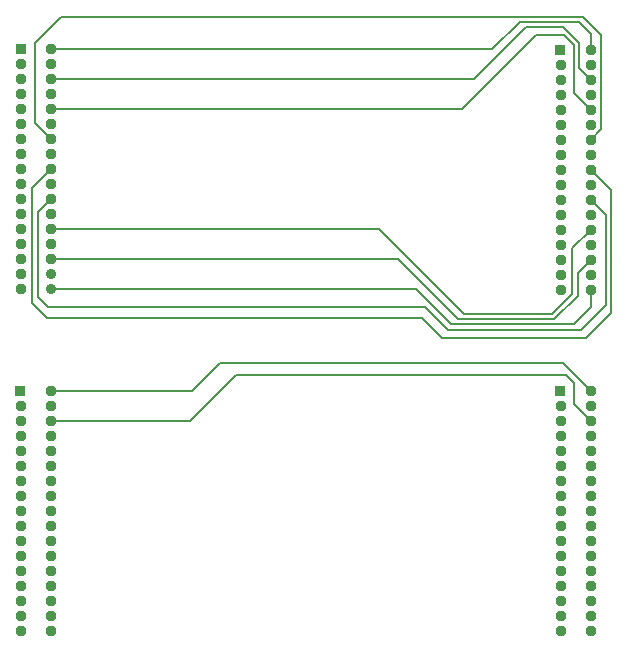
<source format=gbr>
%TF.GenerationSoftware,KiCad,Pcbnew,7.0.7*%
%TF.CreationDate,2023-09-12T10:14:53-04:00*%
%TF.ProjectId,Temps_South,54656d70-735f-4536-9f75-74682e6b6963,B*%
%TF.SameCoordinates,Original*%
%TF.FileFunction,Copper,L2,Bot*%
%TF.FilePolarity,Positive*%
%FSLAX46Y46*%
G04 Gerber Fmt 4.6, Leading zero omitted, Abs format (unit mm)*
G04 Created by KiCad (PCBNEW 7.0.7) date 2023-09-12 10:14:53*
%MOMM*%
%LPD*%
G01*
G04 APERTURE LIST*
%TA.AperFunction,ComponentPad*%
%ADD10R,0.940800X0.940800*%
%TD*%
%TA.AperFunction,ComponentPad*%
%ADD11C,0.940800*%
%TD*%
%TA.AperFunction,ComponentPad*%
%ADD12C,0.890000*%
%TD*%
%TA.AperFunction,Conductor*%
%ADD13C,0.200000*%
%TD*%
G04 APERTURE END LIST*
D10*
%TO.P,J2,1,Pin_1*%
%TO.N,/TD2_1*%
X93944440Y-79857600D03*
D11*
%TO.P,J2,2,Pin_2*%
%TO.N,/TD2_2*%
X96504760Y-79857600D03*
%TO.P,J2,3,Pin_3*%
%TO.N,unconnected-(J2-Pin_3-Pad3)*%
X93954600Y-81127600D03*
%TO.P,J2,4,Pin_4*%
%TO.N,unconnected-(J2-Pin_4-Pad4)*%
X96494600Y-81127600D03*
%TO.P,J2,5,Pin_5*%
%TO.N,/TD2_5*%
X93954600Y-82397600D03*
%TO.P,J2,6,Pin_6*%
%TO.N,/TD2_6*%
X96494600Y-82397600D03*
%TO.P,J2,7,Pin_7*%
%TO.N,unconnected-(J2-Pin_7-Pad7)*%
X93954600Y-83667600D03*
%TO.P,J2,8,Pin_8*%
%TO.N,unconnected-(J2-Pin_8-Pad8)*%
X96494600Y-83667600D03*
%TO.P,J2,9,Pin_9*%
%TO.N,/TD2_9*%
X93954600Y-84937600D03*
%TO.P,J2,10,Pin_10*%
%TO.N,/TD2_10*%
X96494600Y-84937600D03*
%TO.P,J2,11,Pin_11*%
%TO.N,/TD2_11*%
X93954600Y-86207600D03*
%TO.P,J2,12,Pin_12*%
%TO.N,unconnected-(J2-Pin_12-Pad12)*%
X96494600Y-86207600D03*
%TO.P,J2,13,Pin_13*%
%TO.N,unconnected-(J2-Pin_13-Pad13)*%
X93954600Y-87477600D03*
%TO.P,J2,14,Pin_14*%
%TO.N,unconnected-(J2-Pin_14-Pad14)*%
X96494600Y-87477600D03*
%TO.P,J2,15,Pin_15*%
%TO.N,unconnected-(J2-Pin_15-Pad15)*%
X93954600Y-88747600D03*
%TO.P,J2,16,Pin_16*%
%TO.N,unconnected-(J2-Pin_16-Pad16)*%
X96494600Y-88747600D03*
%TO.P,J2,17,Pin_17*%
%TO.N,unconnected-(J2-Pin_17-Pad17)*%
X93954600Y-90017600D03*
%TO.P,J2,18,Pin_18*%
%TO.N,unconnected-(J2-Pin_18-Pad18)*%
X96494600Y-90017600D03*
%TO.P,J2,19,Pin_19*%
%TO.N,unconnected-(J2-Pin_19-Pad19)*%
X93954600Y-91287600D03*
%TO.P,J2,20,Pin_20*%
%TO.N,unconnected-(J2-Pin_20-Pad20)*%
X96494600Y-91287600D03*
%TO.P,J2,21,Pin_21*%
%TO.N,unconnected-(J2-Pin_21-Pad21)*%
X93954600Y-92557600D03*
%TO.P,J2,22,Pin_22*%
%TO.N,unconnected-(J2-Pin_22-Pad22)*%
X96494600Y-92557600D03*
%TO.P,J2,23,Pin_23*%
%TO.N,unconnected-(J2-Pin_23-Pad23)*%
X93954600Y-93827600D03*
%TO.P,J2,24,Pin_24*%
%TO.N,unconnected-(J2-Pin_24-Pad24)*%
X96494600Y-93827600D03*
%TO.P,J2,25,Pin_25*%
%TO.N,unconnected-(J2-Pin_25-Pad25)*%
X93954600Y-95097600D03*
%TO.P,J2,26,Pin_26*%
%TO.N,unconnected-(J2-Pin_26-Pad26)*%
X96494600Y-95097600D03*
%TO.P,J2,27,Pin_27*%
%TO.N,unconnected-(J2-Pin_27-Pad27)*%
X93954600Y-96367600D03*
%TO.P,J2,28,Pin_28*%
%TO.N,unconnected-(J2-Pin_28-Pad28)*%
X96494600Y-96367600D03*
%TO.P,J2,29,Pin_29*%
%TO.N,unconnected-(J2-Pin_29-Pad29)*%
X93954600Y-97637600D03*
%TO.P,J2,30,Pin_30*%
%TO.N,unconnected-(J2-Pin_30-Pad30)*%
X96494600Y-97637600D03*
%TO.P,J2,31,Pin_31*%
%TO.N,unconnected-(J2-Pin_31-Pad31)*%
X93954600Y-98907600D03*
%TO.P,J2,32,Pin_32*%
%TO.N,unconnected-(J2-Pin_32-Pad32)*%
X96494600Y-98907600D03*
%TO.P,J2,33,Pin_33*%
%TO.N,unconnected-(J2-Pin_33-Pad33)*%
X93954600Y-100177600D03*
%TO.P,J2,34,Pin_34*%
%TO.N,unconnected-(J2-Pin_34-Pad34)*%
X96494600Y-100177600D03*
%TD*%
D10*
%TO.P,J3,1,Pin_1*%
%TO.N,/TD1_1+*%
X139664440Y-50952400D03*
D11*
%TO.P,J3,2,Pin_2*%
%TO.N,/TD1_1-*%
X142224760Y-50952400D03*
%TO.P,J3,3,Pin_3*%
%TO.N,unconnected-(J3-Pin_3-Pad3)*%
X139674600Y-52222400D03*
%TO.P,J3,4,Pin_4*%
%TO.N,unconnected-(J3-Pin_4-Pad4)*%
X142214600Y-52222400D03*
%TO.P,J3,5,Pin_5*%
%TO.N,/TD1_5*%
X139674600Y-53492400D03*
%TO.P,J3,6,Pin_6*%
%TO.N,/TD1_6*%
X142214600Y-53492400D03*
%TO.P,J3,7,Pin_7*%
%TO.N,unconnected-(J3-Pin_7-Pad7)*%
X139674600Y-54762400D03*
%TO.P,J3,8,Pin_8*%
%TO.N,unconnected-(J3-Pin_8-Pad8)*%
X142214600Y-54762400D03*
%TO.P,J3,9,Pin_9*%
%TO.N,/TD1_9*%
X139674600Y-56032400D03*
%TO.P,J3,10,Pin_10*%
%TO.N,/TD1_10*%
X142214600Y-56032400D03*
%TO.P,J3,11,Pin_11*%
%TO.N,unconnected-(J3-Pin_11-Pad11)*%
X139674600Y-57302400D03*
%TO.P,J3,12,Pin_12*%
%TO.N,unconnected-(J3-Pin_12-Pad12)*%
X142214600Y-57302400D03*
%TO.P,J3,13,Pin_13*%
%TO.N,/TD1_13*%
X139674600Y-58572400D03*
%TO.P,J3,14,Pin_14*%
%TO.N,/TD1_14*%
X142214600Y-58572400D03*
%TO.P,J3,15,Pin_15*%
%TO.N,unconnected-(J3-Pin_15-Pad15)*%
X139674600Y-59842400D03*
%TO.P,J3,16,Pin_16*%
%TO.N,unconnected-(J3-Pin_16-Pad16)*%
X142214600Y-59842400D03*
%TO.P,J3,17,Pin_17*%
%TO.N,/TD1_17*%
X139674600Y-61112400D03*
%TO.P,J3,18,Pin_18*%
%TO.N,/TD1_18*%
X142214600Y-61112400D03*
%TO.P,J3,19,Pin_19*%
%TO.N,unconnected-(J3-Pin_19-Pad19)*%
X139674600Y-62382400D03*
%TO.P,J3,20,Pin_20*%
%TO.N,unconnected-(J3-Pin_20-Pad20)*%
X142214600Y-62382400D03*
%TO.P,J3,21,Pin_21*%
%TO.N,/TD1_21*%
X139674600Y-63652400D03*
%TO.P,J3,22,Pin_22*%
%TO.N,/TD1_22*%
X142214600Y-63652400D03*
%TO.P,J3,23,Pin_23*%
%TO.N,unconnected-(J3-Pin_23-Pad23)*%
X139674600Y-64922400D03*
%TO.P,J3,24,Pin_24*%
%TO.N,unconnected-(J3-Pin_24-Pad24)*%
X142214600Y-64922400D03*
%TO.P,J3,25,Pin_25*%
%TO.N,/TD1_25*%
X139674600Y-66192400D03*
%TO.P,J3,26,Pin_26*%
%TO.N,/TD1_26*%
X142214600Y-66192400D03*
%TO.P,J3,27,Pin_27*%
%TO.N,unconnected-(J3-Pin_27-Pad27)*%
X139674600Y-67462400D03*
%TO.P,J3,28,Pin_28*%
%TO.N,unconnected-(J3-Pin_28-Pad28)*%
X142214600Y-67462400D03*
%TO.P,J3,29,Pin_29*%
%TO.N,/TD1_29*%
X139674600Y-68732400D03*
%TO.P,J3,30,Pin_30*%
%TO.N,/TD1_30*%
X142214600Y-68732400D03*
%TO.P,J3,31,Pin_31*%
%TO.N,unconnected-(J3-Pin_31-Pad31)*%
X139674600Y-70002400D03*
%TO.P,J3,32,Pin_32*%
%TO.N,unconnected-(J3-Pin_32-Pad32)*%
X142214600Y-70002400D03*
%TO.P,J3,33,Pin_33*%
%TO.N,/TD1_33*%
X139674600Y-71272400D03*
%TO.P,J3,34,Pin_34*%
%TO.N,/TD1_34*%
X142214600Y-71272400D03*
%TD*%
D10*
%TO.P,J4,1,Pin_1*%
%TO.N,/TD2_1*%
X139659840Y-79857600D03*
D11*
%TO.P,J4,2,Pin_2*%
%TO.N,/TD2_2*%
X142220160Y-79857600D03*
%TO.P,J4,3,Pin_3*%
%TO.N,unconnected-(J4-Pin_3-Pad3)*%
X139670000Y-81127600D03*
%TO.P,J4,4,Pin_4*%
%TO.N,unconnected-(J4-Pin_4-Pad4)*%
X142210000Y-81127600D03*
%TO.P,J4,5,Pin_5*%
%TO.N,/TD2_5*%
X139670000Y-82397600D03*
%TO.P,J4,6,Pin_6*%
%TO.N,/TD2_6*%
X142210000Y-82397600D03*
%TO.P,J4,7,Pin_7*%
%TO.N,unconnected-(J4-Pin_7-Pad7)*%
X139670000Y-83667600D03*
%TO.P,J4,8,Pin_8*%
%TO.N,unconnected-(J4-Pin_8-Pad8)*%
X142210000Y-83667600D03*
%TO.P,J4,9,Pin_9*%
%TO.N,/TD2_10*%
X139670000Y-84937600D03*
%TO.P,J4,10,Pin_10*%
%TO.N,/TD2_9*%
X142210000Y-84937600D03*
%TO.P,J4,11,Pin_11*%
%TO.N,unconnected-(J4-Pin_11-Pad11)*%
X139670000Y-86207600D03*
%TO.P,J4,12,Pin_12*%
%TO.N,/TD2_11*%
X142210000Y-86207600D03*
%TO.P,J4,13,Pin_13*%
%TO.N,unconnected-(J4-Pin_13-Pad13)*%
X139670000Y-87477600D03*
%TO.P,J4,14,Pin_14*%
%TO.N,unconnected-(J4-Pin_14-Pad14)*%
X142210000Y-87477600D03*
%TO.P,J4,15,Pin_15*%
%TO.N,unconnected-(J4-Pin_15-Pad15)*%
X139670000Y-88747600D03*
%TO.P,J4,16,Pin_16*%
%TO.N,unconnected-(J4-Pin_16-Pad16)*%
X142210000Y-88747600D03*
%TO.P,J4,17,Pin_17*%
%TO.N,unconnected-(J4-Pin_17-Pad17)*%
X139670000Y-90017600D03*
%TO.P,J4,18,Pin_18*%
%TO.N,unconnected-(J4-Pin_18-Pad18)*%
X142210000Y-90017600D03*
%TO.P,J4,19,Pin_19*%
%TO.N,unconnected-(J4-Pin_19-Pad19)*%
X139670000Y-91287600D03*
%TO.P,J4,20,Pin_20*%
%TO.N,unconnected-(J4-Pin_20-Pad20)*%
X142210000Y-91287600D03*
%TO.P,J4,21,Pin_21*%
%TO.N,unconnected-(J4-Pin_21-Pad21)*%
X139670000Y-92557600D03*
%TO.P,J4,22,Pin_22*%
%TO.N,unconnected-(J4-Pin_22-Pad22)*%
X142210000Y-92557600D03*
%TO.P,J4,23,Pin_23*%
%TO.N,unconnected-(J4-Pin_23-Pad23)*%
X139670000Y-93827600D03*
%TO.P,J4,24,Pin_24*%
%TO.N,unconnected-(J4-Pin_24-Pad24)*%
X142210000Y-93827600D03*
%TO.P,J4,25,Pin_25*%
%TO.N,unconnected-(J4-Pin_25-Pad25)*%
X139670000Y-95097600D03*
%TO.P,J4,26,Pin_26*%
%TO.N,unconnected-(J4-Pin_26-Pad26)*%
X142210000Y-95097600D03*
%TO.P,J4,27,Pin_27*%
%TO.N,unconnected-(J4-Pin_27-Pad27)*%
X139670000Y-96367600D03*
%TO.P,J4,28,Pin_28*%
%TO.N,unconnected-(J4-Pin_28-Pad28)*%
X142210000Y-96367600D03*
%TO.P,J4,29,Pin_29*%
%TO.N,unconnected-(J4-Pin_29-Pad29)*%
X139670000Y-97637600D03*
%TO.P,J4,30,Pin_30*%
%TO.N,unconnected-(J4-Pin_30-Pad30)*%
X142210000Y-97637600D03*
%TO.P,J4,31,Pin_31*%
%TO.N,unconnected-(J4-Pin_31-Pad31)*%
X139670000Y-98907600D03*
%TO.P,J4,32,Pin_32*%
%TO.N,unconnected-(J4-Pin_32-Pad32)*%
X142210000Y-98907600D03*
%TO.P,J4,33,Pin_33*%
%TO.N,unconnected-(J4-Pin_33-Pad33)*%
X139670000Y-100177600D03*
%TO.P,J4,34,Pin_34*%
%TO.N,unconnected-(J4-Pin_34-Pad34)*%
X142210000Y-100177600D03*
%TD*%
D10*
%TO.P,J1,1,Pin_1*%
%TO.N,/TD1_1+*%
X93969840Y-50901600D03*
D11*
%TO.P,J1,2,Pin_2*%
%TO.N,/TD1_1-*%
X96530160Y-50901600D03*
%TO.P,J1,3,Pin_3*%
%TO.N,unconnected-(J1-Pin_3-Pad3)*%
X93980000Y-52171600D03*
%TO.P,J1,4,Pin_4*%
%TO.N,unconnected-(J1-Pin_4-Pad4)*%
X96520000Y-52171600D03*
%TO.P,J1,5,Pin_5*%
%TO.N,/TD1_5*%
X93980000Y-53441600D03*
%TO.P,J1,6,Pin_6*%
%TO.N,/TD1_6*%
X96520000Y-53441600D03*
%TO.P,J1,7,Pin_7*%
%TO.N,unconnected-(J1-Pin_7-Pad7)*%
X93980000Y-54711600D03*
%TO.P,J1,8,Pin_8*%
%TO.N,unconnected-(J1-Pin_8-Pad8)*%
X96520000Y-54711600D03*
%TO.P,J1,9,Pin_9*%
%TO.N,/TD1_9*%
X93980000Y-55981600D03*
%TO.P,J1,10,Pin_10*%
%TO.N,/TD1_10*%
X96520000Y-55981600D03*
%TO.P,J1,11,Pin_11*%
%TO.N,unconnected-(J1-Pin_11-Pad11)*%
X93980000Y-57251600D03*
%TO.P,J1,12,Pin_12*%
%TO.N,unconnected-(J1-Pin_12-Pad12)*%
X96520000Y-57251600D03*
%TO.P,J1,13,Pin_13*%
%TO.N,/TD1_13*%
X93980000Y-58521600D03*
%TO.P,J1,14,Pin_14*%
%TO.N,/TD1_14*%
X96520000Y-58521600D03*
%TO.P,J1,15,Pin_15*%
%TO.N,unconnected-(J1-Pin_15-Pad15)*%
X93980000Y-59791600D03*
%TO.P,J1,16,Pin_16*%
%TO.N,unconnected-(J1-Pin_16-Pad16)*%
X96520000Y-59791600D03*
%TO.P,J1,17,Pin_17*%
%TO.N,/TD1_17*%
X93980000Y-61061600D03*
%TO.P,J1,18,Pin_18*%
%TO.N,/TD1_18*%
X96520000Y-61061600D03*
%TO.P,J1,19,Pin_19*%
%TO.N,unconnected-(J1-Pin_19-Pad19)*%
X93980000Y-62331600D03*
%TO.P,J1,20,Pin_20*%
%TO.N,unconnected-(J1-Pin_20-Pad20)*%
X96520000Y-62331600D03*
%TO.P,J1,21,Pin_21*%
%TO.N,/TD1_21*%
X93980000Y-63601600D03*
%TO.P,J1,22,Pin_22*%
%TO.N,/TD1_22*%
X96520000Y-63601600D03*
%TO.P,J1,23,Pin_23*%
%TO.N,unconnected-(J1-Pin_23-Pad23)*%
X93980000Y-64871600D03*
%TO.P,J1,24,Pin_24*%
%TO.N,unconnected-(J1-Pin_24-Pad24)*%
X96520000Y-64871600D03*
%TO.P,J1,25,Pin_25*%
%TO.N,/TD1_25*%
X93980000Y-66141600D03*
%TO.P,J1,26,Pin_26*%
%TO.N,/TD1_26*%
X96520000Y-66141600D03*
%TO.P,J1,27,Pin_27*%
%TO.N,unconnected-(J1-Pin_27-Pad27)*%
X93980000Y-67411600D03*
%TO.P,J1,28,Pin_28*%
%TO.N,unconnected-(J1-Pin_28-Pad28)*%
X96520000Y-67411600D03*
%TO.P,J1,29,Pin_29*%
%TO.N,/TD1_29*%
X93980000Y-68681600D03*
%TO.P,J1,30,Pin_30*%
%TO.N,/TD1_30*%
X96520000Y-68681600D03*
%TO.P,J1,31,Pin_31*%
%TO.N,unconnected-(J1-Pin_31-Pad31)*%
X93980000Y-69951600D03*
D12*
%TO.P,J1,32,Pin_32*%
%TO.N,unconnected-(J1-Pin_32-Pad32)*%
X96520000Y-69951600D03*
D11*
%TO.P,J1,33,Pin_33*%
%TO.N,/TD1_33*%
X93980000Y-71221600D03*
D12*
%TO.P,J1,34,Pin_34*%
%TO.N,/TD1_34*%
X96520000Y-71221600D03*
%TD*%
D13*
%TO.N,/TD1_6*%
X132353400Y-53441600D02*
X96520000Y-53441600D01*
X141207400Y-50387600D02*
X139907400Y-49087600D01*
X136707400Y-49087600D02*
X132353400Y-53441600D01*
X139907400Y-49087600D02*
X136707400Y-49087600D01*
X142214600Y-53492400D02*
X141207400Y-52485200D01*
X141207400Y-52485200D02*
X141207400Y-50387600D01*
%TO.N,/TD1_10*%
X137607400Y-49687600D02*
X139940440Y-49687600D01*
X140807400Y-54625200D02*
X142214600Y-56032400D01*
X139940440Y-49687600D02*
X140807400Y-50554560D01*
X96520000Y-55981600D02*
X131313400Y-55981600D01*
X140807400Y-50554560D02*
X140807400Y-54625200D01*
X131313400Y-55981600D02*
X137607400Y-49687600D01*
%TO.N,/TD1_14*%
X141607400Y-48187600D02*
X97407400Y-48187600D01*
X95207400Y-50387600D02*
X95207400Y-57209000D01*
X143107400Y-49687600D02*
X141607400Y-48187600D01*
X142214600Y-58572400D02*
X143107400Y-57679600D01*
X95207400Y-57209000D02*
X96520000Y-58521600D01*
X143107400Y-57679600D02*
X143107400Y-49687600D01*
X97407400Y-48187600D02*
X95207400Y-50387600D01*
%TO.N,/TD1_18*%
X96207400Y-73687600D02*
X127907400Y-73687600D01*
X94907400Y-72387600D02*
X96207400Y-73687600D01*
X143907400Y-73287600D02*
X143907400Y-62805200D01*
X143907400Y-62805200D02*
X142214600Y-61112400D01*
X129607400Y-75387600D02*
X141807400Y-75387600D01*
X141807400Y-75387600D02*
X143907400Y-73287600D01*
X94907400Y-62674200D02*
X94907400Y-72387600D01*
X127907400Y-73687600D02*
X129607400Y-75387600D01*
X96520000Y-61061600D02*
X94907400Y-62674200D01*
%TO.N,/TD1_22*%
X143507400Y-64945200D02*
X142214600Y-63652400D01*
X95407400Y-71887600D02*
X96307400Y-72787600D01*
X95407400Y-64714200D02*
X95407400Y-71887600D01*
X130107400Y-74687600D02*
X141407400Y-74687600D01*
X141407400Y-74687600D02*
X143507400Y-72587600D01*
X128207400Y-72787600D02*
X130107400Y-74687600D01*
X143507400Y-72587600D02*
X143507400Y-64945200D01*
X96307400Y-72787600D02*
X128207400Y-72787600D01*
X96520000Y-63601600D02*
X95407400Y-64714200D01*
%TO.N,/TD1_26*%
X138941714Y-73387600D02*
X140674557Y-71654757D01*
X124261400Y-66141600D02*
X131507400Y-73387600D01*
X131507400Y-73387600D02*
X138941714Y-73387600D01*
X140674557Y-67732443D02*
X142214600Y-66192400D01*
X96520000Y-66141600D02*
X124261400Y-66141600D01*
X140674557Y-71654757D02*
X140674557Y-67732443D01*
%TO.N,/TD1_30*%
X125901400Y-68681600D02*
X96520000Y-68681600D01*
X139107400Y-73787600D02*
X131007400Y-73787600D01*
X141107400Y-71787600D02*
X139107400Y-73787600D01*
X131007400Y-73787600D02*
X125901400Y-68681600D01*
X141107400Y-69839600D02*
X141107400Y-71787600D01*
X142214600Y-68732400D02*
X141107400Y-69839600D01*
%TO.N,/TD1_34*%
X142214600Y-72780400D02*
X140807400Y-74187600D01*
X140807400Y-74187600D02*
X130407400Y-74187600D01*
X142214600Y-71272400D02*
X142214600Y-72780400D01*
X127441400Y-71221600D02*
X96520000Y-71221600D01*
X130407400Y-74187600D02*
X127441400Y-71221600D01*
%TO.N,/TD2_2*%
X110807400Y-77487600D02*
X139850160Y-77487600D01*
X108437400Y-79857600D02*
X110807400Y-77487600D01*
X139850160Y-77487600D02*
X142220160Y-79857600D01*
X96504760Y-79857600D02*
X108437400Y-79857600D01*
X96504760Y-79857600D02*
X96674760Y-79687600D01*
%TO.N,/TD2_6*%
X140807400Y-80995000D02*
X140807400Y-79187600D01*
X142210000Y-82397600D02*
X140807400Y-80995000D01*
X140807400Y-79187600D02*
X140107400Y-78487600D01*
X112207400Y-78487600D02*
X108297400Y-82397600D01*
X108297400Y-82397600D02*
X96494600Y-82397600D01*
X142210000Y-82397600D02*
X141917400Y-82397600D01*
X140107400Y-78487600D02*
X112207400Y-78487600D01*
%TO.N,/TD1_1-*%
X142224760Y-49604960D02*
X142224760Y-50952400D01*
X96530160Y-50901600D02*
X133893400Y-50901600D01*
X141207400Y-48587600D02*
X142224760Y-49604960D01*
X133893400Y-50901600D02*
X136207400Y-48587600D01*
X136207400Y-48587600D02*
X141207400Y-48587600D01*
%TD*%
M02*

</source>
